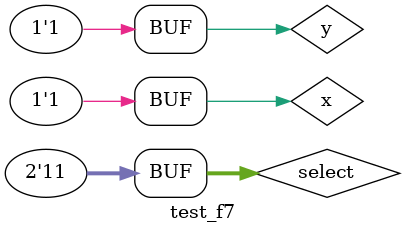
<source format=v>

module f7 (output s_xnor,
           output s_xor,
           output s_or,
           output s_nor,
           input x,
           input y);

    xnor XNOR1 (s_xnor, x, y);
    xor  XOR1  (s_xor, x, y);
    or   OR1   (s_or, x, y);
    nor  NOR1  (s_nor, x, y);
endmodule // f7

// -------------------------
// multiplexer
// -------------------------
module mux (output s,
            input s_xnor,
            input s_xor,
            input s_or,
            input s_nor,
            input [1:0] select);
// definir dados locais
    wire not_s0;
    wire not_s1;
    wire s_00;
    wire s_01;
    wire s_10;
    wire s_11;

    not NOT1(not_s0, select[0]); //select[0] = 0
    not NOT2(not_s1, select[1]); //select[1] = 0

    and AND1(s_00, s_xnor, not_s1, not_s0);       // 00 - XNOR
    and AND2(s_01, s_xor,  not_s1, select[0]);    // 01 - XOR
    and AND3(s_10, s_or,   select[1], not_s0);    // 10 - OR
    and AND4(s_11, s_nor,  select[1], select[0]); // 11 - NOR
    or SAIDA(s, s_00, s_01, s_10, s_11);
endmodule // mux

// -------------------------
// Teste da Unidade Lógica
// -------------------------
module test_f7;
// ------------------------- definir dados
    reg x;
    reg y;
    reg [1:0] select;
    wire saida_xnor;
    wire saida_xor;
    wire saida_or;
    wire saida_nor;
    wire saida_mux;

    f7 moduloLU (saida_xnor, saida_xor, saida_or, saida_nor, x, y);
    mux seletor (saida_mux, saida_xnor, saida_xor, saida_or, saida_nor, select); 

    // ------------------------- parte principal
    initial
    begin : main
        $display("Guia_0704 - Daniel Alves Goncalves - 874770");
        $display("Test LU's module");
        $display(" x y select | XNOR XOR OR NOR | s");
        $monitor(" %b %b   %b%b   |   %b   %b   %b   %b | %b",
                  x, y, select[1], select[0], saida_xnor, saida_xor, saida_or, saida_nor, saida_mux);


        // Testes com todas as combinações
        x = 0; y = 0; 
        select = 2'b00; #1;
        select = 2'b01; #1;
        select = 2'b10; #1;
        select = 2'b11; #1;
        
        x = 0; y = 1; 
        select = 2'b00; #1;
        select = 2'b01; #1;
        select = 2'b10; #1;
        select = 2'b11; #1;

        x = 1; y = 0; 
        select = 2'b00; #1;
        select = 2'b01; #1;
        select = 2'b10; #1;
        select = 2'b11; #1;

        x = 1; y = 1; 
        select = 2'b00; #1;
        select = 2'b01; #1;
        select = 2'b10; #1;
        select = 2'b11; #1;
    end
endmodule

</source>
